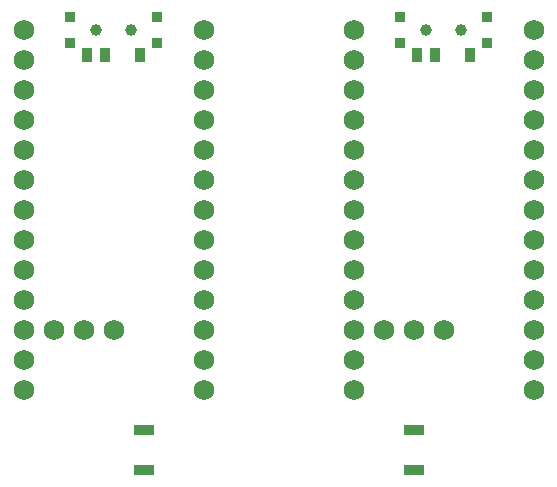
<source format=gbr>
%TF.GenerationSoftware,KiCad,Pcbnew,9.0.0*%
%TF.CreationDate,2025-11-03T03:19:49-06:00*%
%TF.ProjectId,Mau Keys,4d617520-4b65-4797-932e-6b696361645f,rev?*%
%TF.SameCoordinates,Original*%
%TF.FileFunction,Soldermask,Top*%
%TF.FilePolarity,Negative*%
%FSLAX46Y46*%
G04 Gerber Fmt 4.6, Leading zero omitted, Abs format (unit mm)*
G04 Created by KiCad (PCBNEW 9.0.0) date 2025-11-03 03:19:49*
%MOMM*%
%LPD*%
G01*
G04 APERTURE LIST*
%ADD10R,1.700000X0.900000*%
%ADD11C,1.752600*%
%ADD12R,0.900000X1.250000*%
%ADD13R,0.900000X0.900000*%
%ADD14C,1.000000*%
G04 APERTURE END LIST*
D10*
%TO.C,RSW1*%
X139700000Y-103300000D03*
X139700000Y-99900000D03*
%TD*%
D11*
%TO.C,NNV2*%
X129540000Y-66040000D03*
X129540000Y-68580000D03*
X129540000Y-71120000D03*
X129540000Y-73660000D03*
X129540000Y-76200000D03*
X129540000Y-78740000D03*
X129540000Y-81280000D03*
X129540000Y-83820000D03*
X129540000Y-86360000D03*
X129540000Y-88900000D03*
X129540000Y-91440000D03*
X129540000Y-93980000D03*
X129540000Y-96520000D03*
X144780000Y-66040000D03*
X144780000Y-68580000D03*
X144780000Y-71120000D03*
X144780000Y-73660000D03*
X144780000Y-76200000D03*
X144780000Y-78740000D03*
X144780000Y-81280000D03*
X144780000Y-83820000D03*
X144780000Y-86360000D03*
X144780000Y-88900000D03*
X144780000Y-91440000D03*
X144780000Y-93980000D03*
X144780000Y-96520000D03*
X132080000Y-91440000D03*
X134620000Y-91440000D03*
X137160000Y-91440000D03*
%TD*%
D10*
%TO.C,RSW2*%
X162560000Y-103300000D03*
X162560000Y-99900000D03*
%TD*%
D11*
%TO.C,NNV2_R1*%
X157480000Y-66040000D03*
X157480000Y-68580000D03*
X157480000Y-71120000D03*
X157480000Y-73660000D03*
X157480000Y-76200000D03*
X157480000Y-78740000D03*
X157480000Y-81280000D03*
X157480000Y-83820000D03*
X157480000Y-86360000D03*
X157480000Y-88900000D03*
X157480000Y-91440000D03*
X157480000Y-93980000D03*
X157480000Y-96520000D03*
X172720000Y-66040000D03*
X172720000Y-68580000D03*
X172720000Y-71120000D03*
X172720000Y-73660000D03*
X172720000Y-76200000D03*
X172720000Y-78740000D03*
X172720000Y-81280000D03*
X172720000Y-83820000D03*
X172720000Y-86360000D03*
X172720000Y-88900000D03*
X172720000Y-91440000D03*
X172720000Y-93980000D03*
X172720000Y-96520000D03*
X160020000Y-91440000D03*
X162560000Y-91440000D03*
X165100000Y-91440000D03*
%TD*%
D12*
%TO.C,SW_POWER1*%
X134910000Y-68115000D03*
X136410000Y-68115000D03*
X139410000Y-68115000D03*
D13*
X140860000Y-67140000D03*
X140860000Y-64940000D03*
X133460000Y-67140000D03*
X133460000Y-64940000D03*
D14*
X138660000Y-66040000D03*
X135660000Y-66040000D03*
%TD*%
%TO.C,SW_POWER2*%
X163605000Y-66045000D03*
X166605000Y-66045000D03*
D13*
X161405000Y-64945000D03*
X161405000Y-67145000D03*
X168805000Y-64945000D03*
X168805000Y-67145000D03*
D12*
X167355000Y-68120000D03*
X164355000Y-68120000D03*
X162855000Y-68120000D03*
%TD*%
M02*

</source>
